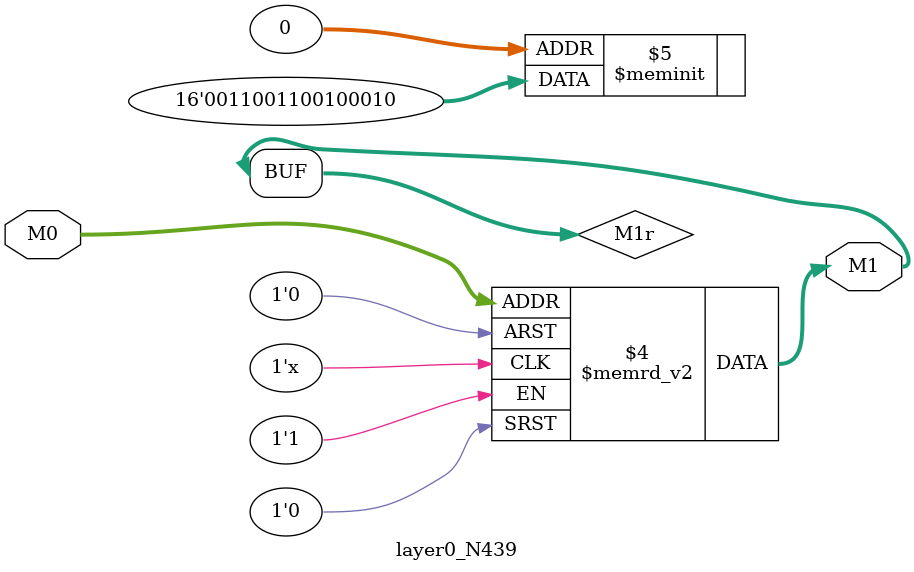
<source format=v>
module layer0_N439 ( input [2:0] M0, output [1:0] M1 );

	(*rom_style = "distributed" *) reg [1:0] M1r;
	assign M1 = M1r;
	always @ (M0) begin
		case (M0)
			3'b000: M1r = 2'b10;
			3'b100: M1r = 2'b11;
			3'b010: M1r = 2'b10;
			3'b110: M1r = 2'b11;
			3'b001: M1r = 2'b00;
			3'b101: M1r = 2'b00;
			3'b011: M1r = 2'b00;
			3'b111: M1r = 2'b00;

		endcase
	end
endmodule

</source>
